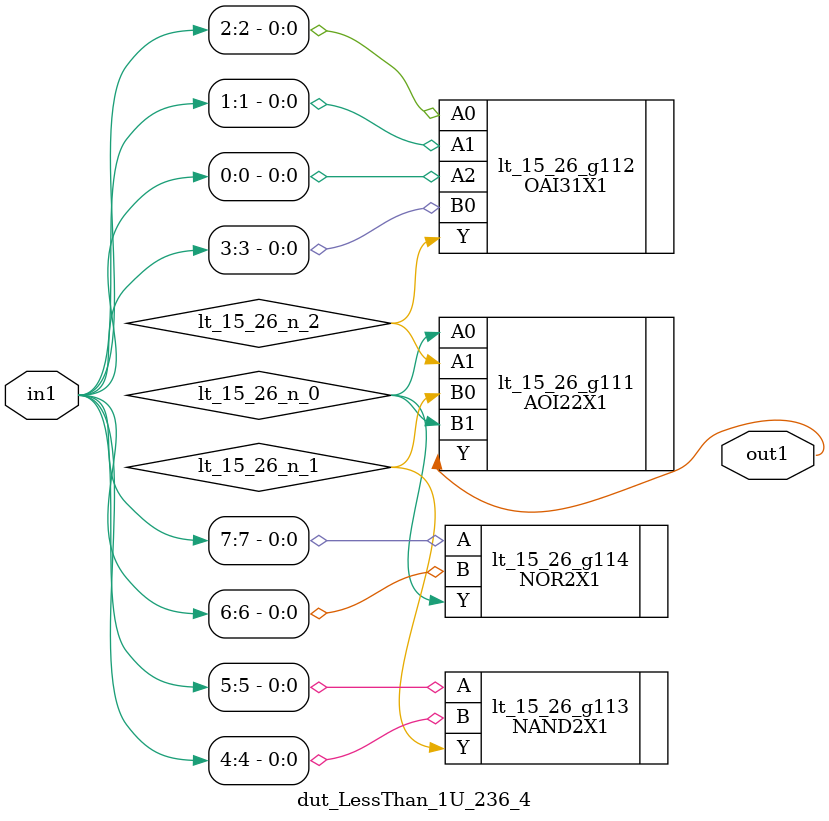
<source format=v>
`timescale 1ps / 1ps


module dut_LessThan_1U_236_4(in1, out1);
  input [7:0] in1;
  output out1;
  wire [7:0] in1;
  wire out1;
  wire lt_15_26_n_0, lt_15_26_n_1, lt_15_26_n_2;
  AOI22X1 lt_15_26_g111(.A0 (lt_15_26_n_0), .A1 (lt_15_26_n_2), .B0
       (lt_15_26_n_1), .B1 (lt_15_26_n_0), .Y (out1));
  OAI31X1 lt_15_26_g112(.A0 (in1[2]), .A1 (in1[1]), .A2 (in1[0]), .B0
       (in1[3]), .Y (lt_15_26_n_2));
  NAND2X1 lt_15_26_g113(.A (in1[5]), .B (in1[4]), .Y (lt_15_26_n_1));
  NOR2X1 lt_15_26_g114(.A (in1[7]), .B (in1[6]), .Y (lt_15_26_n_0));
endmodule



</source>
